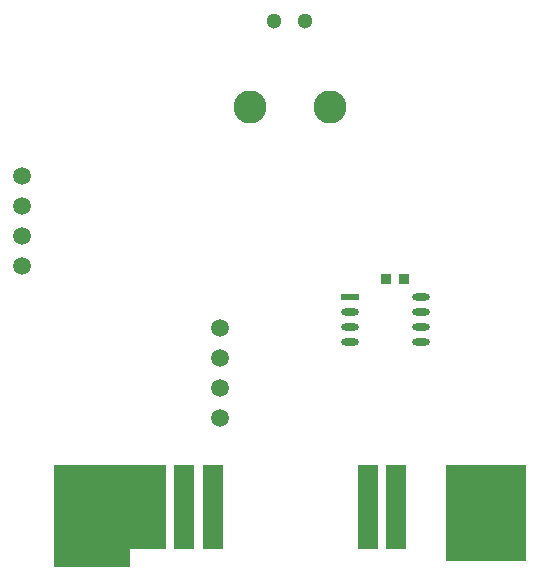
<source format=gbr>
%TF.GenerationSoftware,Altium Limited,Altium Designer,21.6.4 (81)*%
G04 Layer_Color=255*
%FSLAX43Y43*%
%MOMM*%
%TF.SameCoordinates,1CE7F002-25C6-4FEA-A4B7-191A7A1919B5*%
%TF.FilePolarity,Positive*%
%TF.FileFunction,Pads,Top*%
%TF.Part,Single*%
G01*
G75*
%TA.AperFunction,SMDPad,CuDef*%
%ADD10R,0.850X0.900*%
%ADD11R,1.500X0.600*%
%ADD12O,1.500X0.600*%
%TA.AperFunction,ConnectorPad*%
%ADD13R,6.800X8.200*%
%ADD14R,1.700X7.200*%
%ADD15R,1.700X7.200*%
%ADD16R,9.500X7.200*%
%ADD17R,6.500X8.700*%
%TA.AperFunction,ComponentPad*%
%ADD24C,1.300*%
%ADD25C,1.500*%
%ADD26C,2.800*%
D10*
X33625Y24100D02*
D03*
X35175D02*
D03*
D11*
X30600Y22560D02*
D03*
D12*
Y21290D02*
D03*
Y20020D02*
D03*
Y18750D02*
D03*
X36600Y22560D02*
D03*
Y21290D02*
D03*
Y20020D02*
D03*
Y18750D02*
D03*
D13*
X42100Y4300D02*
D03*
D14*
X34450Y4800D02*
D03*
X32050D02*
D03*
X18950D02*
D03*
D15*
X16550D02*
D03*
D16*
X10250D02*
D03*
D17*
X8750Y4050D02*
D03*
D24*
X26750Y45900D02*
D03*
X24150D02*
D03*
D25*
X2770Y25200D02*
D03*
Y27740D02*
D03*
Y30280D02*
D03*
Y32820D02*
D03*
X19535Y19950D02*
D03*
Y17410D02*
D03*
Y14870D02*
D03*
Y12330D02*
D03*
D26*
X22130Y38665D02*
D03*
X28860D02*
D03*
%TF.MD5,fe58666fe44a8a925b8df0da773b9891*%
M02*

</source>
